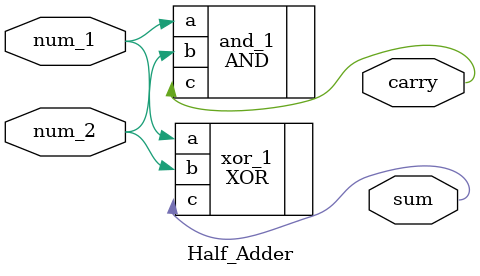
<source format=v>
`include "Basic_Gates.v"

module Half_Adder(
	input wire num_1,
	input wire num_2,
	output wire sum,
	output wire carry
);

AND and_1(
	.a(num_1),
	.b(num_2),
	.c(carry)
);

XOR xor_1(
	.a(num_1),
	.b(num_2),
	.c(sum)
);

endmodule
</source>
